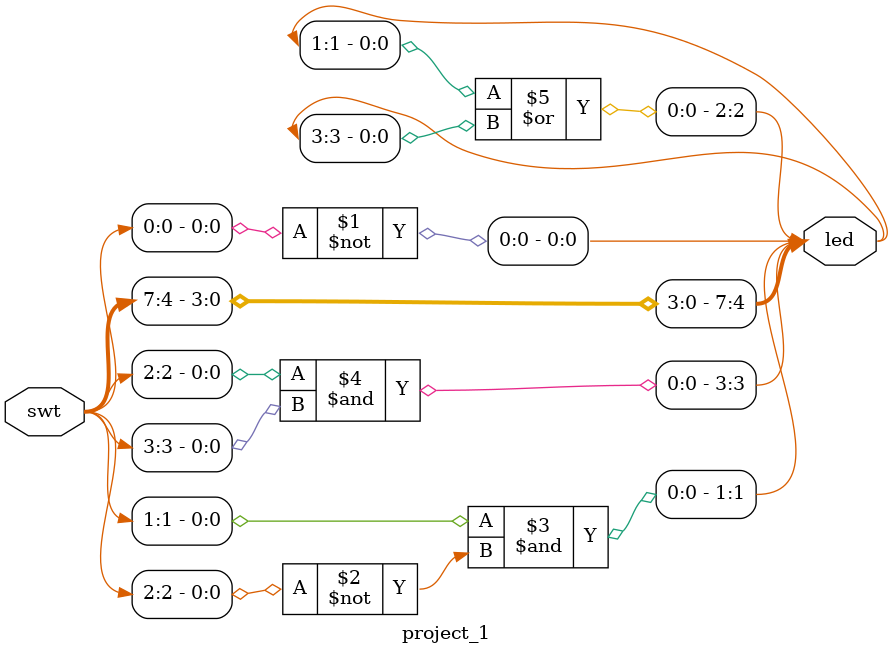
<source format=v>
`timescale 1ns / 1ps


module project_1(
    input [7:0] swt,
    output [7:0] led
    );
    
    assign led[0] = ~swt[0];
    assign led[1] = swt[1] & ~swt[2];
    assign led[3] = swt[2] & swt[3];
    assign led[2] = led[1] | led[3];
    
    assign led[7:4] = swt[7:4];
    
endmodule
</source>
